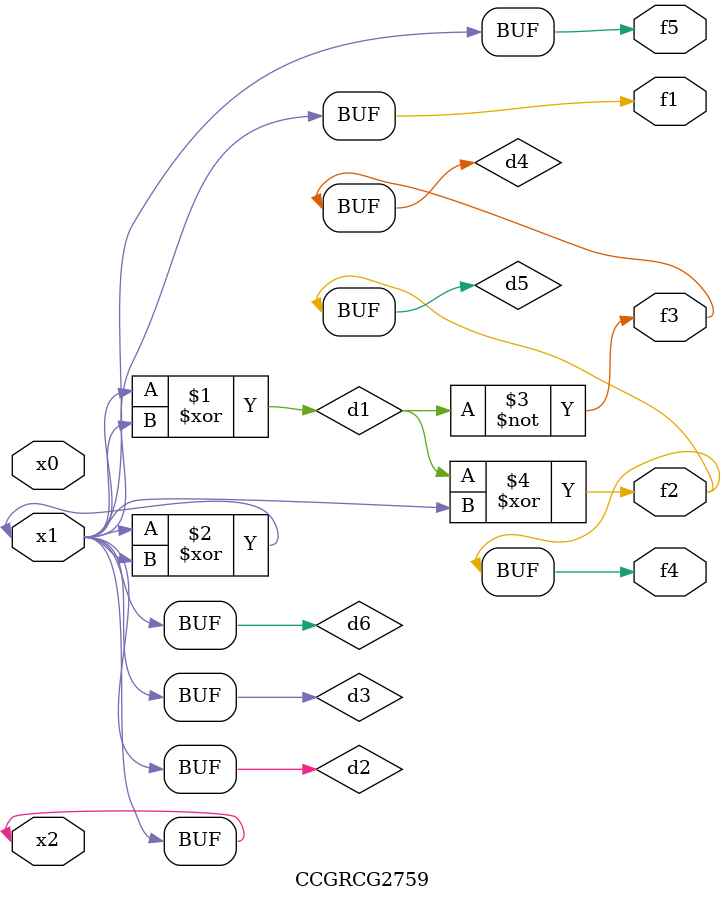
<source format=v>
module CCGRCG2759(
	input x0, x1, x2,
	output f1, f2, f3, f4, f5
);

	wire d1, d2, d3, d4, d5, d6;

	xor (d1, x1, x2);
	buf (d2, x1, x2);
	xor (d3, x1, x2);
	nor (d4, d1);
	xor (d5, d1, d2);
	buf (d6, d2, d3);
	assign f1 = d6;
	assign f2 = d5;
	assign f3 = d4;
	assign f4 = d5;
	assign f5 = d6;
endmodule

</source>
